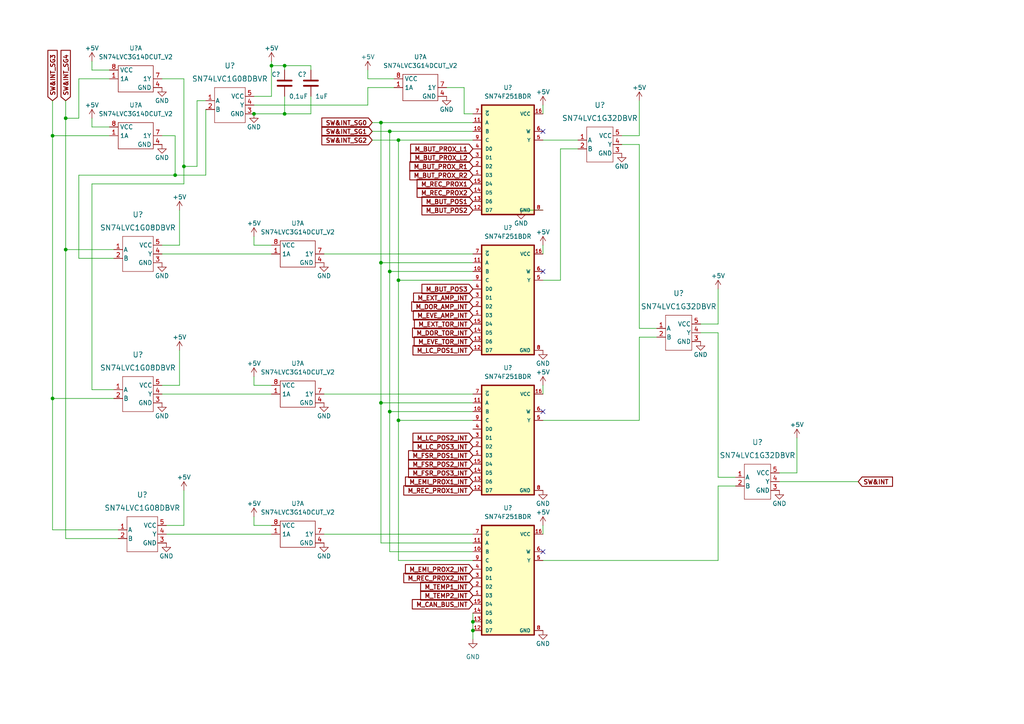
<source format=kicad_sch>
(kicad_sch (version 20211123) (generator eeschema)
  (paper "A4")
  (title_block (title "BUMBLEBEE") (date "2024-01-15") (rev "1.00") (company "ExoFlex") (comment 1 "Bumblebee"))
  (lib_symbols
    (symbol "Device:C" (pin_numbers hide) (pin_names (offset 0.254))
      (property "Reference" "C" (at 0.635 2.54 0))
      (property "Value" "C" (at 0.635 -2.54 0))
      (symbol "C_0_1"
        (polyline (pts (xy -2.032 -0.762) (xy 2.032 -0.762)) (stroke (width 0.508)))
        (polyline (pts (xy -2.032 0.762) (xy 2.032 0.762)) (stroke (width 0.508)))
      )
      (symbol "C_1_1"
        (pin passive line (at 0 3.81 270) (length 2.794) (name "~") (number "1"))
        (pin passive line (at 0 -3.81 90) (length 2.794) (name "~") (number "2"))
      )
    )
    (symbol "SymLib:SN74F251BDR" (pin_names (offset 1.016))
      (property "Reference" "U" (at -12.7 17.78 0))
      (property "Value" "SN74F251BDR" (at -12.7 -16.51 0))
      (symbol "SN74F251BDR_0_0"
        (rectangle (start -12.7 17.78) (end 2.54 -13.97) (stroke (width 0.41)) (fill (type background)))
        (pin input line (at -15.24 -2.54 0) (length 2.54) (name "D3") (number "1"))
        (pin input line (at -15.24 10.16 0) (length 2.54) (name "B") (number "10"))
        (pin input line (at -15.24 12.7 0) (length 2.54) (name "A") (number "11"))
        (pin input line (at -15.24 -12.7 0) (length 2.54) (name "D7") (number "12"))
        (pin input line (at -15.24 -10.16 0) (length 2.54) (name "D6") (number "13"))
        (pin input line (at -15.24 -7.62 0) (length 2.54) (name "D5") (number "14"))
        (pin input line (at -15.24 -5.08 0) (length 2.54) (name "D4") (number "15"))
        (pin power_in line (at 5.08 15.24 180) (length 2.54) (name "VCC") (number "16"))
        (pin input line (at -15.24 0 0) (length 2.54) (name "D2") (number "2"))
        (pin input line (at -15.24 2.54 0) (length 2.54) (name "D1") (number "3"))
        (pin input line (at -15.24 5.08 0) (length 2.54) (name "D0") (number "4"))
        (pin output line (at 5.08 7.62 180) (length 2.54) (name "Y") (number "5"))
        (pin output line (at 5.08 10.16 180) (length 2.54) (name "W") (number "6"))
        (pin input line (at -15.24 15.24 0) (length 2.54) (name "~{G}") (number "7"))
        (pin power_in line (at 5.08 -12.7 180) (length 2.54) (name "GND") (number "8"))
        (pin input line (at -15.24 7.62 0) (length 2.54) (name "C") (number "9"))
      )
    )
    (symbol "SymLib:SN74LVC1G08DBVR" (pin_names (offset 0.254))
      (property "Reference" "U" (at 25.4 10.16 0))
      (property "Value" "SN74LVC1G08DBVR" (at 25.4 7.62 0))
      (symbol "SN74LVC1G08DBVR_0_1"
        (polyline (pts (xy 20.32 -7.62) (xy 29.21 -7.62)) (stroke (width 0.127)))
        (polyline (pts (xy 20.32 2.54) (xy 20.32 -7.62)) (stroke (width 0.127)))
        (polyline (pts (xy 29.21 -7.62) (xy 29.21 2.54)) (stroke (width 0.127)))
        (polyline (pts (xy 29.21 2.54) (xy 20.32 2.54)) (stroke (width 0.127)))
        (pin input line (at 17.78 -1.27 0) (length 2.54) (name "A") (number "1"))
        (pin input line (at 17.78 -3.81 0) (length 2.54) (name "B") (number "2"))
        (pin power_in line (at 31.75 -5.08 180) (length 2.54) (name "GND") (number "3"))
        (pin output line (at 31.75 -2.54 180) (length 2.54) (name "Y") (number "4"))
        (pin power_in line (at 31.75 0 180) (length 2.54) (name "VCC") (number "5"))
      )
    )
    (symbol "SymLib:SN74LVC1G32DBVR" (pin_names (offset 0.254))
      (property "Reference" "U" (at 25.4 10.16 0))
      (property "Value" "SN74LVC1G32DBVR" (at 25.4 7.62 0))
      (symbol "SN74LVC1G32DBVR_0_1"
        (polyline (pts (xy 21.59 -7.62) (xy 29.21 -7.62)) (stroke (width 0.127)))
        (polyline (pts (xy 21.59 2.54) (xy 21.59 -7.62)) (stroke (width 0.127)))
        (polyline (pts (xy 29.21 -7.62) (xy 29.21 2.54)) (stroke (width 0.127)))
        (polyline (pts (xy 29.21 2.54) (xy 21.59 2.54)) (stroke (width 0.127)))
        (pin input line (at 19.05 -1.27 0) (length 2.54) (name "A") (number "1"))
        (pin input line (at 19.05 -3.81 0) (length 2.54) (name "B") (number "2"))
        (pin power_in line (at 31.75 -5.08 180) (length 2.54) (name "GND") (number "3"))
        (pin output line (at 31.75 -2.54 180) (length 2.54) (name "Y") (number "4"))
        (pin power_in line (at 31.75 0 180) (length 2.54) (name "VCC") (number "5"))
      )
    )
    (symbol "SymLib:SN74LVC3G14DCUT_V2"
      (property "Reference" "U" (at -3.81 5.08 0))
      (property "Value" "SN74LVC3G14DCUT_V2" (at 0 -5.08 0))
      (symbol "SN74LVC3G14DCUT_V2_0_1"
        (rectangle (start -5.08 -3.81) (end 5.08 -3.81))
        (rectangle (start -5.08 3.81) (end -5.08 -3.81))
        (rectangle (start -5.08 3.81) (end 5.08 3.81))
        (rectangle (start 5.08 3.81) (end 5.08 -3.81))
      )
      (symbol "SN74LVC3G14DCUT_V2_1_1"
        (pin bidirectional line (at -7.62 0 0) (length 2.54) (name "1A") (number "1"))
        (pin bidirectional line (at 7.62 -2.54 180) (length 2.54) (name "GND") (number "4"))
        (pin output line (at 7.62 0 180) (length 2.54) (name "1Y") (number "7"))
        (pin bidirectional line (at -7.62 2.54 0) (length 2.54) (name "VCC") (number "8"))
      )
      (symbol "SN74LVC3G14DCUT_V2_2_1"
        (pin bidirectional line (at -7.62 0 0) (length 2.54) (name "2A") (number "3"))
        (pin output line (at 7.62 0 180) (length 2.54) (name "2Y") (number "5"))
      )
      (symbol "SN74LVC3G14DCUT_V2_3_1"
        (pin output line (at 7.62 0 180) (length 2.54) (name "3Y") (number "2"))
        (pin bidirectional line (at -7.62 0 0) (length 2.54) (name "3A") (number "6"))
      )
    )
    (symbol "power:+5V" (power) (pin_names (offset 0))
      (property "Value" "+5V" (at 0 3.556 0))
      (symbol "+5V_0_1"
        (polyline (pts (xy -0.762 1.27) (xy 0 2.54)))
        (polyline (pts (xy 0 0) (xy 0 2.54)))
        (polyline (pts (xy 0 2.54) (xy 0.762 1.27)))
      )
      (symbol "+5V_1_1"
        (pin power_in line (at 0 0 90) (length 0) hide (name "+5V") (number "1"))
      )
    )
    (symbol "power:GND" (power) (pin_names (offset 0))
      (property "Value" "GND" (at 0 -3.81 0))
      (symbol "GND_0_1"
        (polyline (pts (xy 0 0) (xy 0 -1.27) (xy 1.27 -1.27) (xy 0 -2.54) (xy -1.27 -1.27) (xy 0 -1.27)))
      )
      (symbol "GND_1_1"
        (pin power_in line (at 0 0 270) (length 0) hide (name "GND") (number "1"))
      )
    )
  )
  (junction (at 115.57 40.64))
  (junction (at 50.8 50.8))
  (junction (at 78.74 19.05))
  (junction (at 113.03 119.38))
  (junction (at 15.24 39.37))
  (junction (at 113.03 38.1))
  (junction (at 19.05 34.29))
  (junction (at 137.16 182.88))
  (junction (at 115.57 81.28))
  (junction (at 137.16 180.34))
  (junction (at 82.55 33.02))
  (junction (at 110.49 35.56))
  (junction (at 110.49 116.84))
  (junction (at 82.55 19.05))
  (junction (at 19.05 72.39))
  (junction (at 53.34 48.26))
  (junction (at 73.66 33.02))
  (junction (at 115.57 121.92))
  (junction (at 110.49 76.2))
  (junction (at 15.24 115.57))
  (junction (at 113.03 78.74))
  (no_connect (at 157.48 160.02))
  (no_connect (at 157.48 119.38))
  (no_connect (at 157.48 78.74))
  (no_connect (at 157.48 38.1))
  (wire (pts (xy 93.98 114.3) (xy 137.16 114.3)))
  (wire (pts (xy 53.34 53.34) (xy 26.67 53.34)))
  (wire (pts (xy 134.62 25.4) (xy 134.62 33.02)))
  (wire (pts (xy 73.66 111.76) (xy 78.74 111.76)))
  (wire (pts (xy 110.49 116.84) (xy 110.49 157.48)))
  (wire (pts (xy 15.24 39.37) (xy 15.24 115.57)))
  (wire (pts (xy 110.49 157.48) (xy 137.16 157.48)))
  (wire (pts (xy 208.28 162.56) (xy 157.48 162.56)))
  (wire (pts (xy 46.99 114.3) (xy 78.74 114.3)))
  (wire (pts (xy 15.24 153.67) (xy 34.29 153.67)))
  (wire (pts (xy 26.67 113.03) (xy 33.02 113.03)))
  (wire (pts (xy 73.66 30.48) (xy 106.68 30.48)))
  (wire (pts (xy 52.07 101.6) (xy 52.07 111.76)))
  (wire (pts (xy 180.34 41.91) (xy 185.42 41.91)))
  (wire (pts (xy 115.57 81.28) (xy 115.57 121.92)))
  (wire (pts (xy 50.8 50.8) (xy 59.69 50.8)))
  (wire (pts (xy 19.05 34.29) (xy 19.05 72.39)))
  (wire (pts (xy 134.62 33.02) (xy 137.16 33.02)))
  (wire (pts (xy 15.24 115.57) (xy 33.02 115.57)))
  (wire (pts (xy 113.03 160.02) (xy 137.16 160.02)))
  (wire (pts (xy 46.99 22.86) (xy 53.34 22.86)))
  (wire (pts (xy 157.48 60.96) (xy 151.13 60.96)))
  (wire (pts (xy 78.74 17.78) (xy 78.74 19.05)))
  (wire (pts (xy 73.66 68.58) (xy 73.66 71.12)))
  (wire (pts (xy 22.86 22.86) (xy 31.75 22.86)))
  (wire (pts (xy 73.66 27.94) (xy 78.74 27.94)))
  (wire (pts (xy 113.03 38.1) (xy 113.03 78.74)))
  (wire (pts (xy 26.67 36.83) (xy 31.75 36.83)))
  (wire (pts (xy 82.55 33.02) (xy 90.17 33.02)))
  (wire (pts (xy 22.86 50.8) (xy 22.86 74.93)))
  (wire (pts (xy 78.74 19.05) (xy 78.74 27.94)))
  (wire (pts (xy 106.68 20.32) (xy 106.68 22.86)))
  (wire (pts (xy 113.03 78.74) (xy 113.03 119.38)))
  (wire (pts (xy 208.28 96.52) (xy 208.28 138.43)))
  (wire (pts (xy 73.66 71.12) (xy 78.74 71.12)))
  (wire (pts (xy 52.07 60.96) (xy 52.07 71.12)))
  (wire (pts (xy 26.67 17.78) (xy 26.67 20.32)))
  (wire (pts (xy 22.86 50.8) (xy 50.8 50.8)))
  (wire (pts (xy 203.2 93.98) (xy 208.28 93.98)))
  (wire (pts (xy 185.42 97.79) (xy 185.42 121.92)))
  (wire (pts (xy 19.05 72.39) (xy 33.02 72.39)))
  (wire (pts (xy 53.34 22.86) (xy 53.34 48.26)))
  (wire (pts (xy 50.8 39.37) (xy 50.8 50.8)))
  (wire (pts (xy 129.54 25.4) (xy 134.62 25.4)))
  (wire (pts (xy 107.95 38.1) (xy 113.03 38.1)))
  (wire (pts (xy 26.67 20.32) (xy 31.75 20.32)))
  (wire (pts (xy 231.14 127) (xy 231.14 137.16)))
  (wire (pts (xy 226.06 139.7) (xy 248.92 139.7)))
  (wire (pts (xy 46.99 73.66) (xy 78.74 73.66)))
  (wire (pts (xy 19.05 72.39) (xy 19.05 156.21)))
  (wire (pts (xy 213.36 140.97) (xy 208.28 140.97)))
  (wire (pts (xy 57.15 48.26) (xy 53.34 48.26)))
  (wire (pts (xy 157.48 111.76) (xy 157.48 114.3)))
  (wire (pts (xy 137.16 177.8) (xy 137.16 180.34)))
  (wire (pts (xy 82.55 27.94) (xy 82.55 33.02)))
  (wire (pts (xy 59.69 29.21) (xy 57.15 29.21)))
  (wire (pts (xy 93.98 73.66) (xy 137.16 73.66)))
  (wire (pts (xy 57.15 29.21) (xy 57.15 48.26)))
  (wire (pts (xy 110.49 76.2) (xy 110.49 116.84)))
  (wire (pts (xy 137.16 182.88) (xy 137.16 185.42)))
  (wire (pts (xy 157.48 71.12) (xy 157.48 73.66)))
  (wire (pts (xy 157.48 152.4) (xy 157.48 154.94)))
  (wire (pts (xy 208.28 140.97) (xy 208.28 162.56)))
  (wire (pts (xy 203.2 96.52) (xy 208.28 96.52)))
  (wire (pts (xy 115.57 121.92) (xy 137.16 121.92)))
  (wire (pts (xy 90.17 20.32) (xy 90.17 19.05)))
  (wire (pts (xy 26.67 53.34) (xy 26.67 113.03)))
  (wire (pts (xy 110.49 35.56) (xy 110.49 76.2)))
  (wire (pts (xy 226.06 137.16) (xy 231.14 137.16)))
  (wire (pts (xy 115.57 40.64) (xy 115.57 81.28)))
  (wire (pts (xy 162.56 43.18) (xy 162.56 81.28)))
  (wire (pts (xy 113.03 119.38) (xy 137.16 119.38)))
  (wire (pts (xy 106.68 22.86) (xy 114.3 22.86)))
  (wire (pts (xy 26.67 34.29) (xy 26.67 36.83)))
  (wire (pts (xy 107.95 35.56) (xy 110.49 35.56)))
  (wire (pts (xy 110.49 35.56) (xy 137.16 35.56)))
  (wire (pts (xy 59.69 50.8) (xy 59.69 31.75)))
  (wire (pts (xy 22.86 22.86) (xy 22.86 34.29)))
  (wire (pts (xy 82.55 20.32) (xy 82.55 19.05)))
  (wire (pts (xy 110.49 76.2) (xy 137.16 76.2)))
  (wire (pts (xy 19.05 29.21) (xy 19.05 34.29)))
  (wire (pts (xy 46.99 71.12) (xy 52.07 71.12)))
  (wire (pts (xy 157.48 121.92) (xy 185.42 121.92)))
  (wire (pts (xy 208.28 138.43) (xy 213.36 138.43)))
  (wire (pts (xy 137.16 180.34) (xy 137.16 182.88)))
  (wire (pts (xy 22.86 74.93) (xy 33.02 74.93)))
  (wire (pts (xy 106.68 25.4) (xy 114.3 25.4)))
  (wire (pts (xy 157.48 40.64) (xy 167.64 40.64)))
  (wire (pts (xy 90.17 27.94) (xy 90.17 33.02)))
  (wire (pts (xy 167.64 43.18) (xy 162.56 43.18)))
  (wire (pts (xy 190.5 97.79) (xy 185.42 97.79)))
  (wire (pts (xy 107.95 40.64) (xy 115.57 40.64)))
  (wire (pts (xy 78.74 19.05) (xy 82.55 19.05)))
  (wire (pts (xy 162.56 81.28) (xy 157.48 81.28)))
  (wire (pts (xy 73.66 33.02) (xy 82.55 33.02)))
  (wire (pts (xy 46.99 111.76) (xy 52.07 111.76)))
  (wire (pts (xy 73.66 152.4) (xy 78.74 152.4)))
  (wire (pts (xy 15.24 115.57) (xy 15.24 153.67)))
  (wire (pts (xy 90.17 19.05) (xy 82.55 19.05)))
  (wire (pts (xy 53.34 48.26) (xy 53.34 53.34)))
  (wire (pts (xy 19.05 156.21) (xy 34.29 156.21)))
  (wire (pts (xy 15.24 29.21) (xy 15.24 39.37)))
  (wire (pts (xy 115.57 162.56) (xy 137.16 162.56)))
  (wire (pts (xy 115.57 40.64) (xy 137.16 40.64)))
  (wire (pts (xy 185.42 29.21) (xy 185.42 39.37)))
  (wire (pts (xy 113.03 38.1) (xy 137.16 38.1)))
  (wire (pts (xy 113.03 119.38) (xy 113.03 160.02)))
  (wire (pts (xy 137.16 78.74) (xy 113.03 78.74)))
  (wire (pts (xy 73.66 149.86) (xy 73.66 152.4)))
  (wire (pts (xy 115.57 121.92) (xy 115.57 162.56)))
  (wire (pts (xy 53.34 142.24) (xy 53.34 152.4)))
  (wire (pts (xy 22.86 34.29) (xy 19.05 34.29)))
  (wire (pts (xy 110.49 116.84) (xy 137.16 116.84)))
  (wire (pts (xy 48.26 152.4) (xy 53.34 152.4)))
  (wire (pts (xy 48.26 154.94) (xy 78.74 154.94)))
  (wire (pts (xy 208.28 83.82) (xy 208.28 93.98)))
  (wire (pts (xy 73.66 109.22) (xy 73.66 111.76)))
  (wire (pts (xy 157.48 30.48) (xy 157.48 33.02)))
  (wire (pts (xy 15.24 39.37) (xy 31.75 39.37)))
  (wire (pts (xy 115.57 81.28) (xy 137.16 81.28)))
  (wire (pts (xy 185.42 95.25) (xy 190.5 95.25)))
  (wire (pts (xy 46.99 39.37) (xy 50.8 39.37)))
  (wire (pts (xy 93.98 154.94) (xy 137.16 154.94)))
  (wire (pts (xy 106.68 30.48) (xy 106.68 25.4)))
  (wire (pts (xy 185.42 41.91) (xy 185.42 95.25)))
  (wire (pts (xy 180.34 39.37) (xy 185.42 39.37)))
  (global_label "M_LC_POS3" (shape input) (at 325.12 57.15 180) (effects (font (thickness 0.254) bold)) (property "Intersheet References" "${INTERSHEET_REFS}" (effects hide)))
  (global_label "M_LC_POS1_INT" (shape input) (at 137.16 101.6 180) (effects (font bold)) (property "Intersheet References" "${INTERSHEET_REFS}" (effects hide)))
  (global_label "M_EMI_PROX2_INT" (shape input) (at 137.16 165.1 180) (effects (font bold)) (property "Intersheet References" "${INTERSHEET_REFS}" (effects hide)))
  (global_label "M_FSR_POS_LIM1" (shape input) (at 325.12 80.01 180) (effects (font (thickness 0.254) bold)) (property "Intersheet References" "${INTERSHEET_REFS}" (effects hide)))
  (global_label "M_TEMP2_INT" (shape input) (at 137.16 172.72 180) (effects (font bold)) (property "Intersheet References" "${INTERSHEET_REFS}" (effects hide)))
  (global_label "M_REC_PROX1" (shape input) (at 137.16 53.34 180) (effects (font (thickness 0.254) bold)) (property "Intersheet References" "${INTERSHEET_REFS}" (effects hide)))
  (global_label "M_DOR_TOR_INT" (shape input) (at 137.16 96.52 180) (effects (font (thickness 0.254) bold)) (property "Intersheet References" "${INTERSHEET_REFS}" (effects hide)))
  (global_label "SW&INT_SG2" (shape input) (at 107.95 40.64 180) (effects (font (thickness 0.254) bold)) (property "Intersheet References" "${INTERSHEET_REFS}" (effects hide)))
  (global_label "M_TEMP1_INT" (shape input) (at 137.16 170.18 180) (effects (font bold)) (property "Intersheet References" "${INTERSHEET_REFS}" (effects hide)))
  (global_label "M_LC_POS_LIM1" (shape input) (at 325.12 72.39 180) (effects (font (thickness 0.254) bold)) (property "Intersheet References" "${INTERSHEET_REFS}" (effects hide)))
  (global_label "POS_SG0" (shape input) (at 325.12 93.98 180) (effects (font (thickness 0.254) bold)) (property "Intersheet References" "${INTERSHEET_REFS}" (effects hide)))
  (global_label "POS_DATA" (shape input) (at 351.79 58.42 0) (effects (font bold)) (property "Intersheet References" "${INTERSHEET_REFS}" (effects hide)))
  (global_label "POS_SG2" (shape input) (at 325.12 99.06 180) (effects (font (thickness 0.254) bold)) (property "Intersheet References" "${INTERSHEET_REFS}" (effects hide)))
  (global_label "SW&INT_SG3" (shape input) (at 15.24 29.21 90) (effects (font (thickness 0.254) bold)) (property "Intersheet References" "${INTERSHEET_REFS}" (effects hide)))
  (global_label "M_REC_PROX1_INT" (shape input) (at 137.16 142.24 180) (effects (font bold)) (property "Intersheet References" "${INTERSHEET_REFS}" (effects hide)))
  (global_label "M_LC_POS3_INT" (shape input) (at 137.16 129.54 180) (effects (font bold)) (property "Intersheet References" "${INTERSHEET_REFS}" (effects hide)))
  (global_label "SW&INT_SG0" (shape input) (at 107.95 35.56 180) (effects (font (thickness 0.254) bold)) (property "Intersheet References" "${INTERSHEET_REFS}" (effects hide)))
  (global_label "M_EXT_AMP_INT" (shape input) (at 137.16 86.36 180) (effects (font (thickness 0.254) bold)) (property "Intersheet References" "${INTERSHEET_REFS}" (effects hide)))
  (global_label "M_TEMP_2" (shape input) (at 321.31 118.11 180) (effects (font bold)) (property "Intersheet References" "${INTERSHEET_REFS}" (effects hide)))
  (global_label "M_LC_POS1" (shape input) (at 325.12 52.07 180) (effects (font (thickness 0.254) bold)) (property "Intersheet References" "${INTERSHEET_REFS}" (effects hide)))
  (global_label "M_LC_POS2_INT" (shape input) (at 137.16 127 180) (effects (font bold)) (property "Intersheet References" "${INTERSHEET_REFS}" (effects hide)))
  (global_label "M_FSR_POS_LIM3" (shape input) (at 325.12 85.09 180) (effects (font (thickness 0.254) bold)) (property "Intersheet References" "${INTERSHEET_REFS}" (effects hide)))
  (global_label "M_REC_PROX2_INT" (shape input) (at 137.16 167.64 180) (effects (font bold)) (property "Intersheet References" "${INTERSHEET_REFS}" (effects hide)))
  (global_label "M_LC_POS_LIM2" (shape input) (at 325.12 74.93 180) (effects (font (thickness 0.254) bold)) (property "Intersheet References" "${INTERSHEET_REFS}" (effects hide)))
  (global_label "M_FSR_POS1_INT" (shape input) (at 137.16 132.08 180) (effects (font (thickness 0.254) bold)) (property "Intersheet References" "${INTERSHEET_REFS}" (effects hide)))
  (global_label "M_EXT_TOR_INT" (shape input) (at 137.16 93.98 180) (effects (font (thickness 0.254) bold)) (property "Intersheet References" "${INTERSHEET_REFS}" (effects hide)))
  (global_label "SW&INT" (shape input) (at 248.92 139.7 0) (effects (font (thickness 0.254) bold)) (property "Intersheet References" "${INTERSHEET_REFS}" (effects hide)))
  (global_label "M_EVE_AMP_INT" (shape input) (at 137.16 91.44 180) (effects (font (thickness 0.254) bold)) (property "Intersheet References" "${INTERSHEET_REFS}" (effects hide)))
  (global_label "M_EMI_PROX1_INT" (shape input) (at 137.16 139.7 180) (effects (font bold)) (property "Intersheet References" "${INTERSHEET_REFS}" (effects hide)))
  (global_label "M_BUT_PROX_R1" (shape input) (at 137.16 48.26 180) (effects (font (thickness 0.254) bold)) (property "Intersheet References" "${INTERSHEET_REFS}" (effects hide)))
  (global_label "M_EVE_TOR_INT" (shape input) (at 137.16 99.06 180) (effects (font (thickness 0.254) bold)) (property "Intersheet References" "${INTERSHEET_REFS}" (effects hide)))
  (global_label "TEMP_DATA" (shape input) (at 383.54 120.65 0) (effects (font bold)) (property "Intersheet References" "${INTERSHEET_REFS}" (effects hide)))
  (global_label "TEMP_SG0" (shape input) (at 321.31 138.43 180) (effects (font (thickness 0.254) bold)) (property "Intersheet References" "${INTERSHEET_REFS}" (effects hide)))
  (global_label "M_REC_PROX2" (shape input) (at 137.16 55.88 180) (effects (font (thickness 0.254) bold)) (property "Intersheet References" "${INTERSHEET_REFS}" (effects hide)))
  (global_label "M_LC_POS_LIM3" (shape input) (at 325.12 77.47 180) (effects (font (thickness 0.254) bold)) (property "Intersheet References" "${INTERSHEET_REFS}" (effects hide)))
  (global_label "M_BUT_PROX_R2" (shape input) (at 137.16 50.8 180) (effects (font (thickness 0.254) bold)) (property "Intersheet References" "${INTERSHEET_REFS}" (effects hide)))
  (global_label "M_FSR_POS2_INT" (shape input) (at 137.16 134.62 180) (effects (font (thickness 0.254) bold)) (property "Intersheet References" "${INTERSHEET_REFS}" (effects hide)))
  (global_label "M_BUT_POS3" (shape input) (at 137.16 83.82 180) (effects (font (thickness 0.254) bold)) (property "Intersheet References" "${INTERSHEET_REFS}" (effects hide)))
  (global_label "SW&INT_SG4" (shape input) (at 19.05 29.21 90) (effects (font (thickness 0.254) bold)) (property "Intersheet References" "${INTERSHEET_REFS}" (effects hide)))
  (global_label "M_TEMP_LIM1" (shape input) (at 321.31 125.73 180) (effects (font bold)) (property "Intersheet References" "${INTERSHEET_REFS}" (effects hide)))
  (global_label "M_FSR_POS3_INT" (shape input) (at 137.16 137.16 180) (effects (font (thickness 0.254) bold)) (property "Intersheet References" "${INTERSHEET_REFS}" (effects hide)))
  (global_label "M_DOR_AMP_INT" (shape input) (at 137.16 88.9 180) (effects (font (thickness 0.254) bold)) (property "Intersheet References" "${INTERSHEET_REFS}" (effects hide)))
  (global_label "M_BUT_PROX_L2" (shape input) (at 137.16 45.72 180) (effects (font (thickness 0.254) bold)) (property "Intersheet References" "${INTERSHEET_REFS}" (effects hide)))
  (global_label "M_TEMP_LIM1" (shape input) (at 321.31 128.27 180) (effects (font bold)) (property "Intersheet References" "${INTERSHEET_REFS}" (effects hide)))
  (global_label "M_TEMP_1" (shape input) (at 321.31 115.57 180) (effects (font bold)) (property "Intersheet References" "${INTERSHEET_REFS}" (effects hide)))
  (global_label "M_CAN_BUS_INT" (shape input) (at 137.16 175.26 180) (effects (font bold)) (property "Intersheet References" "${INTERSHEET_REFS}" (effects hide)))
  (global_label "M_FSR_POS_LIM2" (shape input) (at 325.12 82.55 180) (effects (font (thickness 0.254) bold)) (property "Intersheet References" "${INTERSHEET_REFS}" (effects hide)))
  (global_label "M_BUT_POS1" (shape input) (at 137.16 58.42 180) (effects (font (thickness 0.254) bold)) (property "Intersheet References" "${INTERSHEET_REFS}" (effects hide)))
  (global_label "TEMP_LIM_DATA" (shape input) (at 383.54 132.08 0) (effects (font bold)) (property "Intersheet References" "${INTERSHEET_REFS}" (effects hide)))
  (global_label "M_LC_POS2" (shape input) (at 325.12 54.61 180) (effects (font (thickness 0.254) bold)) (property "Intersheet References" "${INTERSHEET_REFS}" (effects hide)))
  (global_label "M_BUT_PROX_L1" (shape input) (at 137.16 43.18 180) (effects (font (thickness 0.254) bold)) (property "Intersheet References" "${INTERSHEET_REFS}" (effects hide)))
  (global_label "M_FSR_POS1" (shape input) (at 325.12 59.69 180) (effects (font (thickness 0.254) bold)) (property "Intersheet References" "${INTERSHEET_REFS}" (effects hide)))
  (global_label "POS_SG1" (shape input) (at 325.12 96.52 180) (effects (font (thickness 0.254) bold)) (property "Intersheet References" "${INTERSHEET_REFS}" (effects hide)))
  (global_label "M_FSR_POS3" (shape input) (at 325.12 64.77 180) (effects (font (thickness 0.254) bold)) (property "Intersheet References" "${INTERSHEET_REFS}" (effects hide)))
  (global_label "M_FSR_POS2" (shape input) (at 325.12 62.23 180) (effects (font (thickness 0.254) bold)) (property "Intersheet References" "${INTERSHEET_REFS}" (effects hide)))
  (global_label "POS_LIM_DATA" (shape input) (at 351.79 78.74 0) (effects (font bold)) (property "Intersheet References" "${INTERSHEET_REFS}" (effects hide)))
  (global_label "SW&INT_SG1" (shape input) (at 107.95 38.1 180) (effects (font (thickness 0.254) bold)) (property "Intersheet References" "${INTERSHEET_REFS}" (effects hide)))
  (global_label "M_BUT_POS2" (shape input) (at 137.16 60.96 180) (effects (font (thickness 0.254) bold)) (property "Intersheet References" "${INTERSHEET_REFS}" (effects hide)))
  (symbol (lib_id "power:+5V") (at 106.68 20.32 0) (unit 1)
    (property "Reference" "#PWR?" (effects hide))
    (property "Value" "+5V" (at 106.68 16.51 0))
  )
  (symbol (lib_id "power:GND") (at 203.2 99.06 0) (unit 1)
    (property "Reference" "#PWR?" (effects hide))
    (property "Value" "GND" (at 203.2 102.87 0))
  )
  (symbol (lib_id "SymLib:SN74LVC3G14DCUT_V2") (at 121.92 25.4 0) (unit 1)
    (property "Reference" "U?" (at 121.92 16.51 0))
    (property "Value" "SN74LVC3G14DCUT_V2" (at 121.92 19.05 0))
    (property "Footprint" "FootPrint:SN74LVC3G14DCUT" (effects hide))
  )
  (symbol (lib_id "SymLib:SN74LVC1G08DBVR") (at 16.51 152.4 0) (unit 1)
    (property "Reference" "U?" (at 41.275 143.51 0) (effects (font (size 1.524 1.524))))
    (property "Value" "SN74LVC1G08DBVR" (at 41.275 147.32 0) (effects (font (size 1.524 1.524))))
    (property "Footprint" "FootPrint:SOT95P270X145-5N" (effects hide))
  )
  (symbol (lib_id "power:+5V") (at 157.48 30.48 0) (unit 1)
    (property "Reference" "#PWR?" (effects hide))
    (property "Value" "+5V" (at 157.48 26.67 0))
  )
  (symbol (lib_id "power:GND") (at 93.98 157.48 0) (unit 1)
    (property "Reference" "#PWR?" (effects hide))
    (property "Value" "GND" (at 93.98 161.29 0))
  )
  (symbol (lib_id "power:+5V") (at 52.07 60.96 0) (unit 1)
    (property "Reference" "#PWR?" (effects hide))
    (property "Value" "+5V" (at 52.07 57.15 0))
  )
  (symbol (lib_id "power:GND") (at 93.98 116.84 0) (unit 1)
    (property "Reference" "#PWR?" (effects hide))
    (property "Value" "GND" (at 93.98 120.65 0))
  )
  (symbol (lib_id "power:GND") (at 157.48 101.6 0) (unit 1)
    (property "Reference" "#PWR?" (effects hide))
    (property "Value" "GND" (at 157.48 105.41 0))
  )
  (symbol (lib_id "power:GND") (at 46.99 41.91 0) (unit 1)
    (property "Reference" "#PWR?" (effects hide))
    (property "Value" "GND" (at 46.99 45.72 0))
  )
  (symbol (lib_id "power:GND") (at 157.48 142.24 0) (unit 1)
    (property "Reference" "#PWR?" (effects hide))
    (property "Value" "GND" (at 157.48 146.05 0))
  )
  (symbol (lib_id "Device:C") (at 90.17 24.13 0) (unit 1)
    (property "Reference" "C?" (at 86.36 21.59 0) (effects (justify left)))
    (property "Value" "1uF" (at 91.44 27.94 0) (effects (justify left)))
    (property "Footprint" "Capacitor_SMD:C_0603_1608Metric" (effects hide))
  )
  (symbol (lib_id "power:+5V") (at 52.07 101.6 0) (unit 1)
    (property "Reference" "#PWR?" (effects hide))
    (property "Value" "+5V" (at 52.07 97.79 0))
  )
  (symbol (lib_id "SymLib:SN74LVC3G14DCUT_V2") (at 86.36 114.3 0) (unit 1)
    (property "Reference" "U?" (at 86.36 105.41 0))
    (property "Value" "SN74LVC3G14DCUT_V2" (at 86.36 107.95 0))
    (property "Footprint" "FootPrint:SN74LVC3G14DCUT" (effects hide))
  )
  (symbol (lib_id "power:GND") (at 46.99 76.2 0) (unit 1)
    (property "Reference" "#PWR?" (effects hide))
    (property "Value" "GND" (at 46.99 80.01 0))
  )
  (symbol (lib_id "power:+5V") (at 73.66 109.22 0) (unit 1)
    (property "Reference" "#PWR?" (effects hide))
    (property "Value" "+5V" (at 73.66 105.41 0))
  )
  (symbol (lib_id "SymLib:SN74F251BDR") (at 152.4 170.18 0) (unit 1)
    (property "Reference" "U?" (at 147.32 147.32 0))
    (property "Value" "SN74F251BDR" (at 147.32 149.86 0))
    (property "Footprint" "FootPrint:SOIC127P600X175-16N" (effects hide))
  )
  (symbol (lib_id "SymLib:SN74LVC1G08DBVR") (at 41.91 27.94 0) (unit 1)
    (property "Reference" "U?" (at 66.675 19.05 0) (effects (font (size 1.524 1.524))))
    (property "Value" "SN74LVC1G08DBVR" (at 66.675 22.86 0) (effects (font (size 1.524 1.524))))
    (property "Footprint" "FootPrint:SOT95P270X145-5N" (effects hide))
  )
  (symbol (lib_id "power:GND") (at 129.54 27.94 0) (unit 1)
    (property "Reference" "#PWR?" (effects hide))
    (property "Value" "GND" (at 129.54 31.75 0))
  )
  (symbol (lib_id "SymLib:SN74F251BDR") (at 152.4 129.54 0) (unit 1)
    (property "Reference" "U?" (at 147.32 106.68 0))
    (property "Value" "SN74F251BDR" (at 147.32 109.22 0))
    (property "Footprint" "FootPrint:SOIC127P600X175-16N" (effects hide))
  )
  (symbol (lib_id "power:GND") (at 151.13 60.96 0) (unit 1)
    (property "Reference" "#PWR?" (effects hide))
    (property "Value" "GND" (at 151.13 64.77 0))
  )
  (symbol (lib_id "SymLib:SN74LVC1G32DBVR") (at 171.45 93.98 0) (unit 1)
    (property "Reference" "U?" (at 196.85 85.09 0) (effects (font (size 1.524 1.524))))
    (property "Value" "SN74LVC1G32DBVR" (at 196.85 88.9 0) (effects (font (size 1.524 1.524))))
    (property "Footprint" "FootPrint:SOT95P270X145-5N" (effects hide))
  )
  (symbol (lib_id "SymLib:SN74LVC3G14DCUT_V2") (at 86.36 154.94 0) (unit 1)
    (property "Reference" "U?" (at 86.36 146.05 0))
    (property "Value" "SN74LVC3G14DCUT_V2" (at 86.36 148.59 0))
    (property "Footprint" "FootPrint:SN74LVC3G14DCUT" (effects hide))
  )
  (symbol (lib_id "SymLib:SN74LVC1G08DBVR") (at 15.24 71.12 0) (unit 1)
    (property "Reference" "U?" (at 40.005 62.23 0) (effects (font (size 1.524 1.524))))
    (property "Value" "SN74LVC1G08DBVR" (at 40.005 66.04 0) (effects (font (size 1.524 1.524))))
    (property "Footprint" "FootPrint:SOT95P270X145-5N" (effects hide))
  )
  (symbol (lib_id "power:GND") (at 137.16 185.42 0) (unit 1)
    (property "Reference" "#PWR?" (effects hide))
    (property "Value" "GND" (at 137.16 190.5 0))
  )
  (symbol (lib_id "power:+5V") (at 157.48 152.4 0) (unit 1)
    (property "Reference" "#PWR?" (effects hide))
    (property "Value" "+5V" (at 157.48 148.59 0))
  )
  (symbol (lib_id "power:+5V") (at 157.48 111.76 0) (unit 1)
    (property "Reference" "#PWR?" (effects hide))
    (property "Value" "+5V" (at 157.48 107.95 0))
  )
  (symbol (lib_id "power:GND") (at 46.99 116.84 0) (unit 1)
    (property "Reference" "#PWR?" (effects hide))
    (property "Value" "GND" (at 46.99 120.65 0))
  )
  (symbol (lib_id "power:+5V") (at 157.48 71.12 0) (unit 1)
    (property "Reference" "#PWR?" (effects hide))
    (property "Value" "+5V" (at 157.48 67.31 0))
  )
  (symbol (lib_id "Device:C") (at 82.55 24.13 0) (unit 1)
    (property "Reference" "C?" (at 78.74 21.59 0) (effects (justify left)))
    (property "Value" "0,1uF" (at 83.82 27.94 0) (effects (justify left)))
    (property "Footprint" "Capacitor_SMD:C_0603_1608Metric" (effects hide))
  )
  (symbol (lib_id "power:+5V") (at 78.74 17.78 0) (unit 1)
    (property "Reference" "#PWR?" (effects hide))
    (property "Value" "+5V" (at 78.74 13.97 0))
  )
  (symbol (lib_id "power:GND") (at 180.34 44.45 0) (unit 1)
    (property "Reference" "#PWR?" (effects hide))
    (property "Value" "GND" (at 180.34 48.26 0))
  )
  (symbol (lib_id "power:+5V") (at 26.67 34.29 0) (unit 1)
    (property "Reference" "#PWR?" (effects hide))
    (property "Value" "+5V" (at 26.67 30.48 0))
  )
  (symbol (lib_id "SymLib:SN74LVC3G14DCUT_V2") (at 86.36 73.66 0) (unit 1)
    (property "Reference" "U?" (at 86.36 64.77 0))
    (property "Value" "SN74LVC3G14DCUT_V2" (at 86.36 67.31 0))
    (property "Footprint" "FootPrint:SN74LVC3G14DCUT" (effects hide))
  )
  (symbol (lib_id "SymLib:SN74LVC3G14DCUT_V2") (at 39.37 39.37 0) (unit 1)
    (property "Reference" "U?" (at 39.37 30.48 0))
    (property "Value" "SN74LVC3G14DCUT_V2" (at 39.37 33.02 0))
    (property "Footprint" "FootPrint:SN74LVC3G14DCUT" (effects hide))
  )
  (symbol (lib_id "SymLib:SN74LVC1G32DBVR") (at 194.31 137.16 0) (unit 1)
    (property "Reference" "U?" (at 219.71 128.27 0) (effects (font (size 1.524 1.524))))
    (property "Value" "SN74LVC1G32DBVR" (at 219.71 132.08 0) (effects (font (size 1.524 1.524))))
    (property "Footprint" "FootPrint:SOT95P270X145-5N" (effects hide))
  )
  (symbol (lib_id "power:+5V") (at 231.14 127 0) (unit 1)
    (property "Reference" "#PWR?" (effects hide))
    (property "Value" "+5V" (at 231.14 123.19 0))
  )
  (symbol (lib_id "power:+5V") (at 73.66 68.58 0) (unit 1)
    (property "Reference" "#PWR?" (effects hide))
    (property "Value" "+5V" (at 73.66 64.77 0))
  )
  (symbol (lib_id "SymLib:SN74LVC1G08DBVR") (at 15.24 111.76 0) (unit 1)
    (property "Reference" "U?" (at 40.005 102.87 0) (effects (font (size 1.524 1.524))))
    (property "Value" "SN74LVC1G08DBVR" (at 40.005 106.68 0) (effects (font (size 1.524 1.524))))
    (property "Footprint" "FootPrint:SOT95P270X145-5N" (effects hide))
  )
  (symbol (lib_id "power:GND") (at 73.66 33.02 0) (unit 1)
    (property "Reference" "#PWR?" (effects hide))
    (property "Value" "GND" (at 73.66 36.83 0))
  )
  (symbol (lib_id "power:+5V") (at 185.42 29.21 0) (unit 1)
    (property "Reference" "#PWR?" (effects hide))
    (property "Value" "+5V" (at 185.42 25.4 0))
  )
  (symbol (lib_id "power:GND") (at 93.98 76.2 0) (unit 1)
    (property "Reference" "#PWR?" (effects hide))
    (property "Value" "GND" (at 93.98 80.01 0))
  )
  (symbol (lib_id "power:GND") (at 157.48 182.88 0) (unit 1)
    (property "Reference" "#PWR?" (effects hide))
    (property "Value" "GND" (at 157.48 186.69 0))
  )
  (symbol (lib_id "power:GND") (at 48.26 157.48 0) (unit 1)
    (property "Reference" "#PWR?" (effects hide))
    (property "Value" "GND" (at 48.26 161.29 0))
  )
  (symbol (lib_id "SymLib:SN74LVC1G32DBVR") (at 148.59 39.37 0) (unit 1)
    (property "Reference" "U?" (at 173.99 30.48 0) (effects (font (size 1.524 1.524))))
    (property "Value" "SN74LVC1G32DBVR" (at 173.99 34.29 0) (effects (font (size 1.524 1.524))))
    (property "Footprint" "FootPrint:SOT95P270X145-5N" (effects hide))
  )
  (symbol (lib_id "SymLib:SN74LVC3G14DCUT_V2") (at 39.37 22.86 0) (unit 1)
    (property "Reference" "U?" (at 39.37 13.97 0))
    (property "Value" "SN74LVC3G14DCUT_V2" (at 39.37 16.51 0))
    (property "Footprint" "FootPrint:SN74LVC3G14DCUT" (effects hide))
  )
  (symbol (lib_id "power:GND") (at 46.99 25.4 0) (unit 1)
    (property "Reference" "#PWR?" (effects hide))
    (property "Value" "GND" (at 46.99 29.21 0))
  )
  (symbol (lib_id "power:+5V") (at 208.28 83.82 0) (unit 1)
    (property "Reference" "#PWR?" (effects hide))
    (property "Value" "+5V" (at 208.28 80.01 0))
  )
  (symbol (lib_id "power:+5V") (at 73.66 149.86 0) (unit 1)
    (property "Reference" "#PWR?" (effects hide))
    (property "Value" "+5V" (at 73.66 146.05 0))
  )
  (symbol (lib_id "power:+5V") (at 26.67 17.78 0) (unit 1)
    (property "Reference" "#PWR?" (effects hide))
    (property "Value" "+5V" (at 26.67 13.97 0))
  )
  (symbol (lib_id "power:GND") (at 226.06 142.24 0) (unit 1)
    (property "Reference" "#PWR?" (effects hide))
    (property "Value" "GND" (at 226.06 146.05 0))
  )
  (symbol (lib_id "SymLib:SN74F251BDR") (at 152.4 88.9 0) (unit 1)
    (property "Reference" "U?" (at 147.32 66.04 0))
    (property "Value" "SN74F251BDR" (at 147.32 68.58 0))
    (property "Footprint" "FootPrint:SOIC127P600X175-16N" (effects hide))
  )
  (symbol (lib_id "power:+5V") (at 53.34 142.24 0) (unit 1)
    (property "Reference" "#PWR?" (effects hide))
    (property "Value" "+5V" (at 53.34 138.43 0))
  )
  (symbol (lib_id "SymLib:SN74F251BDR") (at 152.4 48.26 0) (unit 1)
    (property "Reference" "U?" (at 147.32 25.4 0))
    (property "Value" "SN74F251BDR" (at 147.32 27.94 0))
    (property "Footprint" "FootPrint:SOIC127P600X175-16N" (effects hide))
  )
)
</source>
